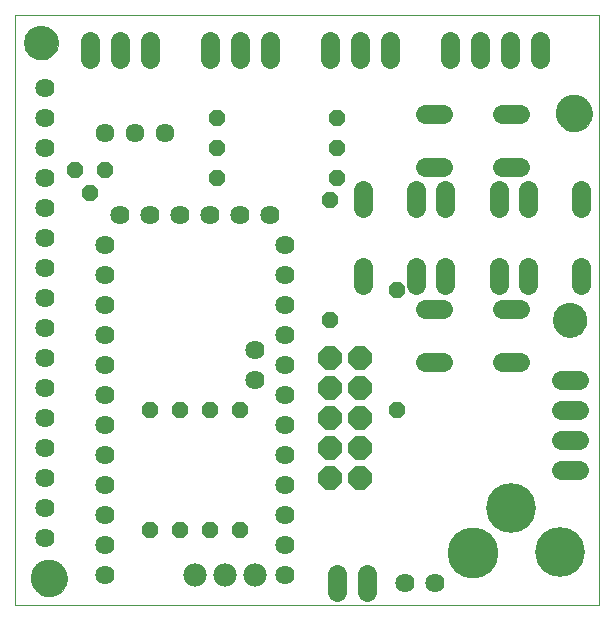
<source format=gbs>
G75*
%MOIN*%
%OFA0B0*%
%FSLAX24Y24*%
%IPPOS*%
%LPD*%
%AMOC8*
5,1,8,0,0,1.08239X$1,22.5*
%
%ADD10C,0.0000*%
%ADD11C,0.1221*%
%ADD12C,0.1142*%
%ADD13C,0.0640*%
%ADD14OC8,0.0560*%
%ADD15C,0.0634*%
%ADD16C,0.0634*%
%ADD17C,0.0640*%
%ADD18C,0.0780*%
%ADD19OC8,0.0780*%
%ADD20C,0.1700*%
%ADD21C,0.1660*%
D10*
X000100Y001383D02*
X000100Y021068D01*
X019592Y021068D01*
X019592Y001383D01*
X000100Y001383D01*
X000653Y002277D02*
X000655Y002325D01*
X000661Y002373D01*
X000671Y002420D01*
X000684Y002466D01*
X000702Y002511D01*
X000722Y002555D01*
X000747Y002597D01*
X000775Y002636D01*
X000805Y002673D01*
X000839Y002707D01*
X000876Y002739D01*
X000914Y002768D01*
X000955Y002793D01*
X000998Y002815D01*
X001043Y002833D01*
X001089Y002847D01*
X001136Y002858D01*
X001184Y002865D01*
X001232Y002868D01*
X001280Y002867D01*
X001328Y002862D01*
X001376Y002853D01*
X001422Y002841D01*
X001467Y002824D01*
X001511Y002804D01*
X001553Y002781D01*
X001593Y002754D01*
X001631Y002724D01*
X001666Y002691D01*
X001698Y002655D01*
X001728Y002617D01*
X001754Y002576D01*
X001776Y002533D01*
X001796Y002489D01*
X001811Y002444D01*
X001823Y002397D01*
X001831Y002349D01*
X001835Y002301D01*
X001835Y002253D01*
X001831Y002205D01*
X001823Y002157D01*
X001811Y002110D01*
X001796Y002065D01*
X001776Y002021D01*
X001754Y001978D01*
X001728Y001937D01*
X001698Y001899D01*
X001666Y001863D01*
X001631Y001830D01*
X001593Y001800D01*
X001553Y001773D01*
X001511Y001750D01*
X001467Y001730D01*
X001422Y001713D01*
X001376Y001701D01*
X001328Y001692D01*
X001280Y001687D01*
X001232Y001686D01*
X001184Y001689D01*
X001136Y001696D01*
X001089Y001707D01*
X001043Y001721D01*
X000998Y001739D01*
X000955Y001761D01*
X000914Y001786D01*
X000876Y001815D01*
X000839Y001847D01*
X000805Y001881D01*
X000775Y001918D01*
X000747Y001957D01*
X000722Y001999D01*
X000702Y002043D01*
X000684Y002088D01*
X000671Y002134D01*
X000661Y002181D01*
X000655Y002229D01*
X000653Y002277D01*
X018049Y010883D02*
X018051Y010930D01*
X018057Y010976D01*
X018067Y011022D01*
X018080Y011067D01*
X018098Y011110D01*
X018119Y011152D01*
X018143Y011192D01*
X018171Y011229D01*
X018202Y011264D01*
X018236Y011297D01*
X018272Y011326D01*
X018311Y011352D01*
X018352Y011375D01*
X018395Y011394D01*
X018439Y011410D01*
X018484Y011422D01*
X018530Y011430D01*
X018577Y011434D01*
X018623Y011434D01*
X018670Y011430D01*
X018716Y011422D01*
X018761Y011410D01*
X018805Y011394D01*
X018848Y011375D01*
X018889Y011352D01*
X018928Y011326D01*
X018964Y011297D01*
X018998Y011264D01*
X019029Y011229D01*
X019057Y011192D01*
X019081Y011152D01*
X019102Y011110D01*
X019120Y011067D01*
X019133Y011022D01*
X019143Y010976D01*
X019149Y010930D01*
X019151Y010883D01*
X019149Y010836D01*
X019143Y010790D01*
X019133Y010744D01*
X019120Y010699D01*
X019102Y010656D01*
X019081Y010614D01*
X019057Y010574D01*
X019029Y010537D01*
X018998Y010502D01*
X018964Y010469D01*
X018928Y010440D01*
X018889Y010414D01*
X018848Y010391D01*
X018805Y010372D01*
X018761Y010356D01*
X018716Y010344D01*
X018670Y010336D01*
X018623Y010332D01*
X018577Y010332D01*
X018530Y010336D01*
X018484Y010344D01*
X018439Y010356D01*
X018395Y010372D01*
X018352Y010391D01*
X018311Y010414D01*
X018272Y010440D01*
X018236Y010469D01*
X018202Y010502D01*
X018171Y010537D01*
X018143Y010574D01*
X018119Y010614D01*
X018098Y010656D01*
X018080Y010699D01*
X018067Y010744D01*
X018057Y010790D01*
X018051Y010836D01*
X018049Y010883D01*
X018153Y017777D02*
X018155Y017825D01*
X018161Y017873D01*
X018171Y017920D01*
X018184Y017966D01*
X018202Y018011D01*
X018222Y018055D01*
X018247Y018097D01*
X018275Y018136D01*
X018305Y018173D01*
X018339Y018207D01*
X018376Y018239D01*
X018414Y018268D01*
X018455Y018293D01*
X018498Y018315D01*
X018543Y018333D01*
X018589Y018347D01*
X018636Y018358D01*
X018684Y018365D01*
X018732Y018368D01*
X018780Y018367D01*
X018828Y018362D01*
X018876Y018353D01*
X018922Y018341D01*
X018967Y018324D01*
X019011Y018304D01*
X019053Y018281D01*
X019093Y018254D01*
X019131Y018224D01*
X019166Y018191D01*
X019198Y018155D01*
X019228Y018117D01*
X019254Y018076D01*
X019276Y018033D01*
X019296Y017989D01*
X019311Y017944D01*
X019323Y017897D01*
X019331Y017849D01*
X019335Y017801D01*
X019335Y017753D01*
X019331Y017705D01*
X019323Y017657D01*
X019311Y017610D01*
X019296Y017565D01*
X019276Y017521D01*
X019254Y017478D01*
X019228Y017437D01*
X019198Y017399D01*
X019166Y017363D01*
X019131Y017330D01*
X019093Y017300D01*
X019053Y017273D01*
X019011Y017250D01*
X018967Y017230D01*
X018922Y017213D01*
X018876Y017201D01*
X018828Y017192D01*
X018780Y017187D01*
X018732Y017186D01*
X018684Y017189D01*
X018636Y017196D01*
X018589Y017207D01*
X018543Y017221D01*
X018498Y017239D01*
X018455Y017261D01*
X018414Y017286D01*
X018376Y017315D01*
X018339Y017347D01*
X018305Y017381D01*
X018275Y017418D01*
X018247Y017457D01*
X018222Y017499D01*
X018202Y017543D01*
X018184Y017588D01*
X018171Y017634D01*
X018161Y017681D01*
X018155Y017729D01*
X018153Y017777D01*
X000443Y020133D02*
X000445Y020180D01*
X000451Y020226D01*
X000461Y020272D01*
X000474Y020317D01*
X000492Y020360D01*
X000513Y020402D01*
X000537Y020442D01*
X000565Y020479D01*
X000596Y020514D01*
X000630Y020547D01*
X000666Y020576D01*
X000705Y020602D01*
X000746Y020625D01*
X000789Y020644D01*
X000833Y020660D01*
X000878Y020672D01*
X000924Y020680D01*
X000971Y020684D01*
X001017Y020684D01*
X001064Y020680D01*
X001110Y020672D01*
X001155Y020660D01*
X001199Y020644D01*
X001242Y020625D01*
X001283Y020602D01*
X001322Y020576D01*
X001358Y020547D01*
X001392Y020514D01*
X001423Y020479D01*
X001451Y020442D01*
X001475Y020402D01*
X001496Y020360D01*
X001514Y020317D01*
X001527Y020272D01*
X001537Y020226D01*
X001543Y020180D01*
X001545Y020133D01*
X001543Y020086D01*
X001537Y020040D01*
X001527Y019994D01*
X001514Y019949D01*
X001496Y019906D01*
X001475Y019864D01*
X001451Y019824D01*
X001423Y019787D01*
X001392Y019752D01*
X001358Y019719D01*
X001322Y019690D01*
X001283Y019664D01*
X001242Y019641D01*
X001199Y019622D01*
X001155Y019606D01*
X001110Y019594D01*
X001064Y019586D01*
X001017Y019582D01*
X000971Y019582D01*
X000924Y019586D01*
X000878Y019594D01*
X000833Y019606D01*
X000789Y019622D01*
X000746Y019641D01*
X000705Y019664D01*
X000666Y019690D01*
X000630Y019719D01*
X000596Y019752D01*
X000565Y019787D01*
X000537Y019824D01*
X000513Y019864D01*
X000492Y019906D01*
X000474Y019949D01*
X000461Y019994D01*
X000451Y020040D01*
X000445Y020086D01*
X000443Y020133D01*
D11*
X001244Y002277D03*
X018744Y017777D03*
D12*
X018600Y010883D03*
X000994Y020133D03*
D13*
X001100Y018633D03*
X001100Y017633D03*
X001100Y016633D03*
X001100Y015633D03*
X001100Y014633D03*
X001100Y013633D03*
X001100Y012633D03*
X001100Y011633D03*
X001100Y010633D03*
X001100Y009633D03*
X001100Y008633D03*
X001100Y007633D03*
X001100Y006633D03*
X001100Y005633D03*
X001100Y004633D03*
X001100Y003633D03*
X003100Y003383D03*
X003100Y004383D03*
X003100Y005383D03*
X003100Y006383D03*
X003100Y007383D03*
X003100Y008383D03*
X003100Y009383D03*
X003100Y010383D03*
X003100Y011383D03*
X003100Y012383D03*
X003100Y013383D03*
X003600Y014383D03*
X004600Y014383D03*
X005600Y014383D03*
X006600Y014383D03*
X007600Y014383D03*
X008600Y014383D03*
X009100Y013383D03*
X009100Y012383D03*
X009100Y011383D03*
X009100Y010383D03*
X009100Y009383D03*
X009100Y008383D03*
X009100Y007383D03*
X009100Y006383D03*
X009100Y005383D03*
X009100Y004383D03*
X009100Y003383D03*
X009100Y002383D03*
X013100Y002133D03*
X014100Y002133D03*
X008100Y008883D03*
X008100Y009883D03*
X003100Y002383D03*
D14*
X004600Y003883D03*
X005600Y003883D03*
X006600Y003883D03*
X007600Y003883D03*
X007600Y007883D03*
X006600Y007883D03*
X005600Y007883D03*
X004600Y007883D03*
X010600Y010883D03*
X012850Y011883D03*
X010600Y014883D03*
X010850Y015633D03*
X010850Y016633D03*
X010850Y017633D03*
X006850Y017633D03*
X006850Y016633D03*
X006850Y015633D03*
X003100Y015883D03*
X002600Y015133D03*
X002100Y015883D03*
X012850Y007883D03*
D15*
X005100Y017133D03*
X004100Y017133D03*
X003100Y017133D03*
D16*
X002600Y019586D02*
X002600Y020180D01*
X003600Y020180D02*
X003600Y019586D01*
X004600Y019586D02*
X004600Y020180D01*
X006600Y020180D02*
X006600Y019586D01*
X007600Y019586D02*
X007600Y020180D01*
X008600Y020180D02*
X008600Y019586D01*
X010600Y019586D02*
X010600Y020180D01*
X011600Y020180D02*
X011600Y019586D01*
X012600Y019586D02*
X012600Y020180D01*
X014600Y020180D02*
X014600Y019586D01*
X015600Y019586D02*
X015600Y020180D01*
X016600Y020180D02*
X016600Y019586D01*
X017600Y019586D02*
X017600Y020180D01*
X018303Y008883D02*
X018897Y008883D01*
X018897Y007883D02*
X018303Y007883D01*
X018303Y006883D02*
X018897Y006883D01*
X018897Y005883D02*
X018303Y005883D01*
X011850Y002430D02*
X011850Y001836D01*
X010850Y001836D02*
X010850Y002430D01*
D17*
X013770Y009493D02*
X014370Y009493D01*
X014370Y011273D02*
X013770Y011273D01*
X013490Y012053D02*
X013490Y012653D01*
X014460Y012653D02*
X014460Y012053D01*
X016240Y012053D02*
X016240Y012653D01*
X017210Y012653D02*
X017210Y012053D01*
X016930Y011273D02*
X016330Y011273D01*
X016330Y009493D02*
X016930Y009493D01*
X018990Y012053D02*
X018990Y012653D01*
X018990Y014613D02*
X018990Y015213D01*
X017210Y015213D02*
X017210Y014613D01*
X016240Y014613D02*
X016240Y015213D01*
X016330Y015993D02*
X016930Y015993D01*
X016930Y017773D02*
X016330Y017773D01*
X014370Y017773D02*
X013770Y017773D01*
X013770Y015993D02*
X014370Y015993D01*
X014460Y015213D02*
X014460Y014613D01*
X013490Y014613D02*
X013490Y015213D01*
X011710Y015213D02*
X011710Y014613D01*
X011710Y012653D02*
X011710Y012053D01*
D18*
X008100Y002383D03*
X007100Y002383D03*
X006100Y002383D03*
D19*
X010600Y005633D03*
X011600Y005633D03*
X011600Y006633D03*
X011600Y007633D03*
X010600Y007633D03*
X010600Y006633D03*
X010600Y008633D03*
X010600Y009633D03*
X011600Y009633D03*
X011600Y008633D03*
D20*
X015386Y003133D03*
D21*
X016637Y004614D03*
X018269Y003143D03*
M02*

</source>
